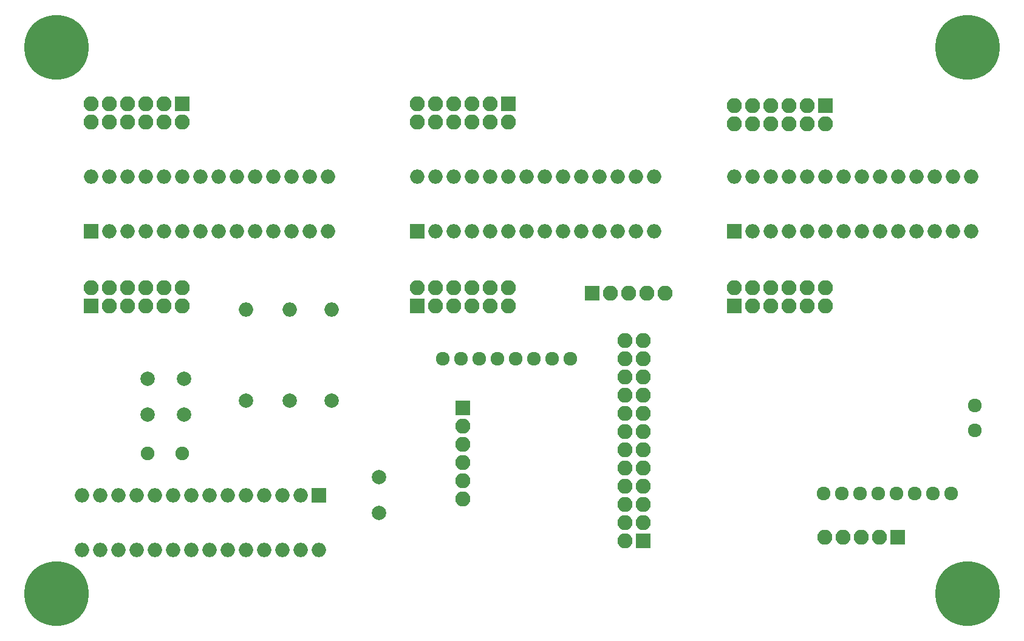
<source format=gbr>
G04 #@! TF.FileFunction,Soldermask,Bot*
%FSLAX46Y46*%
G04 Gerber Fmt 4.6, Leading zero omitted, Abs format (unit mm)*
G04 Created by KiCad (PCBNEW 4.0.6) date 03/20/17 19:24:42*
%MOMM*%
%LPD*%
G01*
G04 APERTURE LIST*
%ADD10C,0.100000*%
%ADD11R,2.000000X2.000000*%
%ADD12O,2.000000X2.000000*%
%ADD13C,1.924000*%
%ADD14C,2.000000*%
%ADD15R,2.100000X2.100000*%
%ADD16O,2.100000X2.100000*%
%ADD17C,1.900000*%
%ADD18C,9.000000*%
G04 APERTURE END LIST*
D10*
D11*
X126492000Y-101854000D03*
D12*
X159512000Y-94234000D03*
X129032000Y-101854000D03*
X156972000Y-94234000D03*
X131572000Y-101854000D03*
X154432000Y-94234000D03*
X134112000Y-101854000D03*
X151892000Y-94234000D03*
X136652000Y-101854000D03*
X149352000Y-94234000D03*
X139192000Y-101854000D03*
X146812000Y-94234000D03*
X141732000Y-101854000D03*
X144272000Y-94234000D03*
X144272000Y-101854000D03*
X141732000Y-94234000D03*
X146812000Y-101854000D03*
X139192000Y-94234000D03*
X149352000Y-101854000D03*
X136652000Y-94234000D03*
X151892000Y-101854000D03*
X134112000Y-94234000D03*
X154432000Y-101854000D03*
X131572000Y-94234000D03*
X156972000Y-101854000D03*
X129032000Y-94234000D03*
X159512000Y-101854000D03*
X126492000Y-94234000D03*
D13*
X130048000Y-119634000D03*
X132588000Y-119634000D03*
X135128000Y-119634000D03*
X137668000Y-119634000D03*
X140208000Y-119634000D03*
X142748000Y-119634000D03*
X145288000Y-119634000D03*
X147828000Y-119634000D03*
D14*
X121158000Y-136144000D03*
X121158000Y-141144000D03*
D15*
X132842000Y-126492000D03*
D16*
X132842000Y-129032000D03*
X132842000Y-131572000D03*
X132842000Y-134112000D03*
X132842000Y-136652000D03*
X132842000Y-139192000D03*
D15*
X193421000Y-144526000D03*
D16*
X190881000Y-144526000D03*
X188341000Y-144526000D03*
X185801000Y-144526000D03*
X183261000Y-144526000D03*
D15*
X157988000Y-145034000D03*
D16*
X155448000Y-145034000D03*
X157988000Y-142494000D03*
X155448000Y-142494000D03*
X157988000Y-139954000D03*
X155448000Y-139954000D03*
X157988000Y-137414000D03*
X155448000Y-137414000D03*
X157988000Y-134874000D03*
X155448000Y-134874000D03*
X157988000Y-132334000D03*
X155448000Y-132334000D03*
X157988000Y-129794000D03*
X155448000Y-129794000D03*
X157988000Y-127254000D03*
X155448000Y-127254000D03*
X157988000Y-124714000D03*
X155448000Y-124714000D03*
X157988000Y-122174000D03*
X155448000Y-122174000D03*
X157988000Y-119634000D03*
X155448000Y-119634000D03*
X157988000Y-117094000D03*
X155448000Y-117094000D03*
D15*
X81026000Y-112268000D03*
D16*
X81026000Y-109728000D03*
X83566000Y-112268000D03*
X83566000Y-109728000D03*
X86106000Y-112268000D03*
X86106000Y-109728000D03*
X88646000Y-112268000D03*
X88646000Y-109728000D03*
X91186000Y-112268000D03*
X91186000Y-109728000D03*
X93726000Y-112268000D03*
X93726000Y-109728000D03*
D15*
X93726000Y-84074000D03*
D16*
X93726000Y-86614000D03*
X91186000Y-84074000D03*
X91186000Y-86614000D03*
X88646000Y-84074000D03*
X88646000Y-86614000D03*
X86106000Y-84074000D03*
X86106000Y-86614000D03*
X83566000Y-84074000D03*
X83566000Y-86614000D03*
X81026000Y-84074000D03*
X81026000Y-86614000D03*
D15*
X126492000Y-112268000D03*
D16*
X126492000Y-109728000D03*
X129032000Y-112268000D03*
X129032000Y-109728000D03*
X131572000Y-112268000D03*
X131572000Y-109728000D03*
X134112000Y-112268000D03*
X134112000Y-109728000D03*
X136652000Y-112268000D03*
X136652000Y-109728000D03*
X139192000Y-112268000D03*
X139192000Y-109728000D03*
D15*
X139192000Y-84074000D03*
D16*
X139192000Y-86614000D03*
X136652000Y-84074000D03*
X136652000Y-86614000D03*
X134112000Y-84074000D03*
X134112000Y-86614000D03*
X131572000Y-84074000D03*
X131572000Y-86614000D03*
X129032000Y-84074000D03*
X129032000Y-86614000D03*
X126492000Y-84074000D03*
X126492000Y-86614000D03*
D15*
X170688000Y-112268000D03*
D16*
X170688000Y-109728000D03*
X173228000Y-112268000D03*
X173228000Y-109728000D03*
X175768000Y-112268000D03*
X175768000Y-109728000D03*
X178308000Y-112268000D03*
X178308000Y-109728000D03*
X180848000Y-112268000D03*
X180848000Y-109728000D03*
X183388000Y-112268000D03*
X183388000Y-109728000D03*
D15*
X183388000Y-84328000D03*
D16*
X183388000Y-86868000D03*
X180848000Y-84328000D03*
X180848000Y-86868000D03*
X178308000Y-84328000D03*
X178308000Y-86868000D03*
X175768000Y-84328000D03*
X175768000Y-86868000D03*
X173228000Y-84328000D03*
X173228000Y-86868000D03*
X170688000Y-84328000D03*
X170688000Y-86868000D03*
D14*
X102616000Y-125476000D03*
D12*
X102616000Y-112776000D03*
D14*
X114554000Y-125476000D03*
D12*
X114554000Y-112776000D03*
D14*
X108712000Y-125476000D03*
D12*
X108712000Y-112776000D03*
D15*
X150876000Y-110490000D03*
D16*
X153416000Y-110490000D03*
X155956000Y-110490000D03*
X158496000Y-110490000D03*
X161036000Y-110490000D03*
D13*
X183134000Y-138430000D03*
X185674000Y-138430000D03*
X188214000Y-138430000D03*
X190754000Y-138430000D03*
X193294000Y-138430000D03*
X195834000Y-138430000D03*
X198374000Y-138430000D03*
X200914000Y-138430000D03*
X204216000Y-129667000D03*
X204216000Y-126167000D03*
D11*
X81026000Y-101854000D03*
D12*
X114046000Y-94234000D03*
X83566000Y-101854000D03*
X111506000Y-94234000D03*
X86106000Y-101854000D03*
X108966000Y-94234000D03*
X88646000Y-101854000D03*
X106426000Y-94234000D03*
X91186000Y-101854000D03*
X103886000Y-94234000D03*
X93726000Y-101854000D03*
X101346000Y-94234000D03*
X96266000Y-101854000D03*
X98806000Y-94234000D03*
X98806000Y-101854000D03*
X96266000Y-94234000D03*
X101346000Y-101854000D03*
X93726000Y-94234000D03*
X103886000Y-101854000D03*
X91186000Y-94234000D03*
X106426000Y-101854000D03*
X88646000Y-94234000D03*
X108966000Y-101854000D03*
X86106000Y-94234000D03*
X111506000Y-101854000D03*
X83566000Y-94234000D03*
X114046000Y-101854000D03*
X81026000Y-94234000D03*
D11*
X170688000Y-101854000D03*
D12*
X203708000Y-94234000D03*
X173228000Y-101854000D03*
X201168000Y-94234000D03*
X175768000Y-101854000D03*
X198628000Y-94234000D03*
X178308000Y-101854000D03*
X196088000Y-94234000D03*
X180848000Y-101854000D03*
X193548000Y-94234000D03*
X183388000Y-101854000D03*
X191008000Y-94234000D03*
X185928000Y-101854000D03*
X188468000Y-94234000D03*
X188468000Y-101854000D03*
X185928000Y-94234000D03*
X191008000Y-101854000D03*
X183388000Y-94234000D03*
X193548000Y-101854000D03*
X180848000Y-94234000D03*
X196088000Y-101854000D03*
X178308000Y-94234000D03*
X198628000Y-101854000D03*
X175768000Y-94234000D03*
X201168000Y-101854000D03*
X173228000Y-94234000D03*
X203708000Y-101854000D03*
X170688000Y-94234000D03*
D11*
X112776000Y-138684000D03*
D12*
X79756000Y-146304000D03*
X110236000Y-138684000D03*
X82296000Y-146304000D03*
X107696000Y-138684000D03*
X84836000Y-146304000D03*
X105156000Y-138684000D03*
X87376000Y-146304000D03*
X102616000Y-138684000D03*
X89916000Y-146304000D03*
X100076000Y-138684000D03*
X92456000Y-146304000D03*
X97536000Y-138684000D03*
X94996000Y-146304000D03*
X94996000Y-138684000D03*
X97536000Y-146304000D03*
X92456000Y-138684000D03*
X100076000Y-146304000D03*
X89916000Y-138684000D03*
X102616000Y-146304000D03*
X87376000Y-138684000D03*
X105156000Y-146304000D03*
X84836000Y-138684000D03*
X107696000Y-146304000D03*
X82296000Y-138684000D03*
X110236000Y-146304000D03*
X79756000Y-138684000D03*
X112776000Y-146304000D03*
D17*
X93726000Y-132842000D03*
X88846000Y-132842000D03*
D14*
X93980000Y-122428000D03*
X93980000Y-127428000D03*
X88900000Y-122428000D03*
X88900000Y-127428000D03*
D18*
X76200000Y-76200000D03*
X76200000Y-152400000D03*
X203200000Y-152400000D03*
X203200000Y-76200000D03*
M02*

</source>
